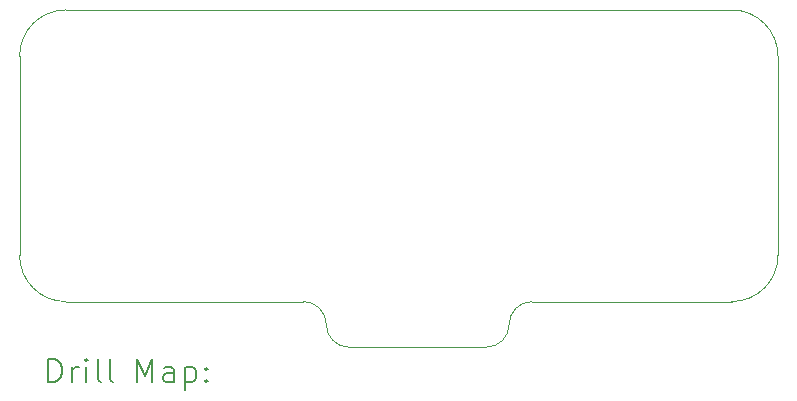
<source format=gbr>
%TF.GenerationSoftware,KiCad,Pcbnew,7.0.0-1.fc37*%
%TF.CreationDate,2023-02-19T18:59:10+00:00*%
%TF.ProjectId,Gary,47617279-2e6b-4696-9361-645f70636258,rev?*%
%TF.SameCoordinates,Original*%
%TF.FileFunction,Drillmap*%
%TF.FilePolarity,Positive*%
%FSLAX45Y45*%
G04 Gerber Fmt 4.5, Leading zero omitted, Abs format (unit mm)*
G04 Created by KiCad (PCBNEW 7.0.0-1.fc37) date 2023-02-19 18:59:10*
%MOMM*%
%LPD*%
G01*
G04 APERTURE LIST*
%ADD10C,0.100000*%
%ADD11C,0.200000*%
G04 APERTURE END LIST*
D10*
X18933160Y-3957320D02*
X18933160Y-5643880D01*
X12903200Y-3566160D02*
X18542000Y-3566160D01*
X18542000Y-6035040D02*
G75*
G03*
X18933160Y-5643880I0J391160D01*
G01*
X15107920Y-6228080D02*
G75*
G03*
X15300960Y-6421120I193040J0D01*
G01*
X12903200Y-3566160D02*
G75*
G03*
X12512040Y-3957320I0J-391160D01*
G01*
X14914880Y-6035040D02*
X12903200Y-6035040D01*
X18933160Y-3957320D02*
G75*
G03*
X18542000Y-3566160I-391160J0D01*
G01*
X12512040Y-5643880D02*
X12512040Y-3957320D01*
X16850360Y-6035040D02*
G75*
G03*
X16657320Y-6228080I0J-193040D01*
G01*
X18542000Y-6035040D02*
X16850360Y-6035040D01*
X16464280Y-6421120D02*
G75*
G03*
X16657320Y-6228080I0J193040D01*
G01*
X15107920Y-6228080D02*
G75*
G03*
X14914880Y-6035040I-193040J0D01*
G01*
X12512040Y-5643880D02*
G75*
G03*
X12903200Y-6035040I391160J0D01*
G01*
X16464280Y-6421120D02*
X15300960Y-6421120D01*
D11*
X12754659Y-6719596D02*
X12754659Y-6519596D01*
X12754659Y-6519596D02*
X12802278Y-6519596D01*
X12802278Y-6519596D02*
X12830849Y-6529120D01*
X12830849Y-6529120D02*
X12849897Y-6548168D01*
X12849897Y-6548168D02*
X12859421Y-6567215D01*
X12859421Y-6567215D02*
X12868945Y-6605310D01*
X12868945Y-6605310D02*
X12868945Y-6633882D01*
X12868945Y-6633882D02*
X12859421Y-6671977D01*
X12859421Y-6671977D02*
X12849897Y-6691025D01*
X12849897Y-6691025D02*
X12830849Y-6710072D01*
X12830849Y-6710072D02*
X12802278Y-6719596D01*
X12802278Y-6719596D02*
X12754659Y-6719596D01*
X12954659Y-6719596D02*
X12954659Y-6586263D01*
X12954659Y-6624358D02*
X12964183Y-6605310D01*
X12964183Y-6605310D02*
X12973707Y-6595787D01*
X12973707Y-6595787D02*
X12992754Y-6586263D01*
X12992754Y-6586263D02*
X13011802Y-6586263D01*
X13078468Y-6719596D02*
X13078468Y-6586263D01*
X13078468Y-6519596D02*
X13068945Y-6529120D01*
X13068945Y-6529120D02*
X13078468Y-6538644D01*
X13078468Y-6538644D02*
X13087992Y-6529120D01*
X13087992Y-6529120D02*
X13078468Y-6519596D01*
X13078468Y-6519596D02*
X13078468Y-6538644D01*
X13202278Y-6719596D02*
X13183230Y-6710072D01*
X13183230Y-6710072D02*
X13173707Y-6691025D01*
X13173707Y-6691025D02*
X13173707Y-6519596D01*
X13307040Y-6719596D02*
X13287992Y-6710072D01*
X13287992Y-6710072D02*
X13278468Y-6691025D01*
X13278468Y-6691025D02*
X13278468Y-6519596D01*
X13503230Y-6719596D02*
X13503230Y-6519596D01*
X13503230Y-6519596D02*
X13569897Y-6662453D01*
X13569897Y-6662453D02*
X13636564Y-6519596D01*
X13636564Y-6519596D02*
X13636564Y-6719596D01*
X13817516Y-6719596D02*
X13817516Y-6614834D01*
X13817516Y-6614834D02*
X13807992Y-6595787D01*
X13807992Y-6595787D02*
X13788945Y-6586263D01*
X13788945Y-6586263D02*
X13750849Y-6586263D01*
X13750849Y-6586263D02*
X13731802Y-6595787D01*
X13817516Y-6710072D02*
X13798468Y-6719596D01*
X13798468Y-6719596D02*
X13750849Y-6719596D01*
X13750849Y-6719596D02*
X13731802Y-6710072D01*
X13731802Y-6710072D02*
X13722278Y-6691025D01*
X13722278Y-6691025D02*
X13722278Y-6671977D01*
X13722278Y-6671977D02*
X13731802Y-6652929D01*
X13731802Y-6652929D02*
X13750849Y-6643406D01*
X13750849Y-6643406D02*
X13798468Y-6643406D01*
X13798468Y-6643406D02*
X13817516Y-6633882D01*
X13912754Y-6586263D02*
X13912754Y-6786263D01*
X13912754Y-6595787D02*
X13931802Y-6586263D01*
X13931802Y-6586263D02*
X13969897Y-6586263D01*
X13969897Y-6586263D02*
X13988945Y-6595787D01*
X13988945Y-6595787D02*
X13998468Y-6605310D01*
X13998468Y-6605310D02*
X14007992Y-6624358D01*
X14007992Y-6624358D02*
X14007992Y-6681501D01*
X14007992Y-6681501D02*
X13998468Y-6700548D01*
X13998468Y-6700548D02*
X13988945Y-6710072D01*
X13988945Y-6710072D02*
X13969897Y-6719596D01*
X13969897Y-6719596D02*
X13931802Y-6719596D01*
X13931802Y-6719596D02*
X13912754Y-6710072D01*
X14093707Y-6700548D02*
X14103230Y-6710072D01*
X14103230Y-6710072D02*
X14093707Y-6719596D01*
X14093707Y-6719596D02*
X14084183Y-6710072D01*
X14084183Y-6710072D02*
X14093707Y-6700548D01*
X14093707Y-6700548D02*
X14093707Y-6719596D01*
X14093707Y-6595787D02*
X14103230Y-6605310D01*
X14103230Y-6605310D02*
X14093707Y-6614834D01*
X14093707Y-6614834D02*
X14084183Y-6605310D01*
X14084183Y-6605310D02*
X14093707Y-6595787D01*
X14093707Y-6595787D02*
X14093707Y-6614834D01*
M02*

</source>
